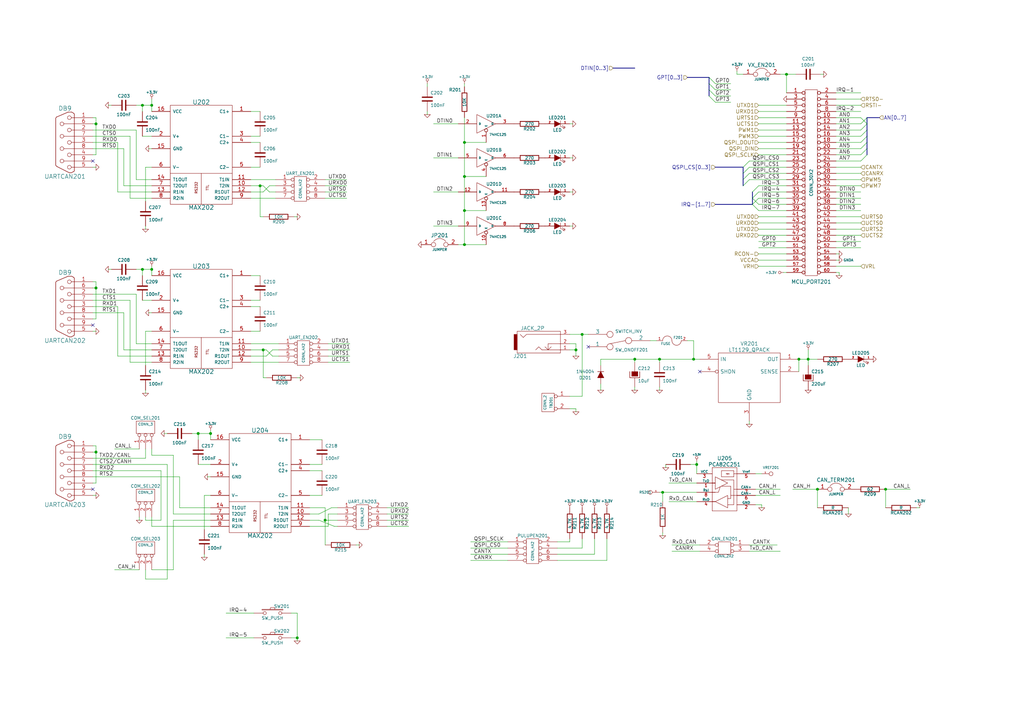
<source format=kicad_sch>
(kicad_sch (version 20240101) (generator "eeschema") (generator_version "8.99")
  (paper "A3")
  (title_block (title "Dev kit coldfire 5213") (date "Sun 22 Mar 2015") (rev "0"))
  (junction (at 238.76 137.16) (diameter 1.016))
  (junction (at 81.28 177.8) (diameter 1.016))
  (junction (at 62.23 43.18) (diameter 1.016))
  (junction (at 62.23 110.49) (diameter 1.016))
  (junction (at 133.35 213.36) (diameter 1.016))
  (junction (at 327.66 147.32) (diameter 1.016))
  (junction (at 58.42 110.49) (diameter 1.016))
  (junction (at 58.42 43.18) (diameter 1.016))
  (junction (at 285.75 190.5) (diameter 1.016))
  (junction (at 322.58 30.48) (diameter 1.016))
  (junction (at 271.78 201.93) (diameter 1.016))
  (junction (at 86.36 177.8) (diameter 1.016))
  (junction (at 39.37 50.8) (diameter 1.016))
  (junction (at 331.47 147.32) (diameter 1.016))
  (junction (at 190.5 100.33) (diameter 1.016))
  (junction (at 107.95 143.51) (diameter 1.016))
  (junction (at 190.5 58.42) (diameter 1.016))
  (junction (at 260.35 147.32) (diameter 1.016))
  (junction (at 284.48 147.32) (diameter 1.016))
  (junction (at 270.51 147.32) (diameter 1.016))
  (junction (at 236.22 143.51) (diameter 1.016))
  (junction (at 39.37 185.42) (diameter 1.016))
  (junction (at 106.68 76.2) (diameter 1.016))
  (junction (at 121.92 261.62) (diameter 1.016))
  (junction (at 363.22 200.66) (diameter 1.016))
  (junction (at 190.5 72.39) (diameter 1.016))
  (junction (at 190.5 86.36) (diameter 1.016))
  (junction (at 39.37 118.11) (diameter 1.016))
  (junction (at 335.28 200.66) (diameter 1.016))
  (no_connect (at 38.1 133.35))
  (no_connect (at 38.1 66.04))
  (no_connect (at 38.1 200.66))
  (no_connect (at 241.3 142.24))
  (no_connect (at 287.02 152.4))
  (bus_entry (at 353.06 58.42) (size 2.54 -2.54) (stroke (width 0.1524)))
  (bus_entry (at 353.06 48.26) (size 2.54 2.54) (stroke (width 0.1524)))
  (bus_entry (at 293.37 39.37) (size -2.54 -2.54) (stroke (width 0.1524)))
  (bus_entry (at 304.8 68.58) (size 2.54 -2.54) (stroke (width 0.1524)))
  (bus_entry (at 311.15 83.82) (size -2.54 -2.54) (stroke (width 0.1524)))
  (bus_entry (at 353.06 53.34) (size 2.54 -2.54) (stroke (width 0.1524)))
  (bus_entry (at 304.8 73.66) (size 2.54 -2.54) (stroke (width 0.1524)))
  (bus_entry (at 293.37 41.91) (size -2.54 -2.54) (stroke (width 0.1524)))
  (bus_entry (at 293.37 34.29) (size -2.54 -2.54) (stroke (width 0.1524)))
  (bus_entry (at 308.61 81.28) (size 2.54 -2.54) (stroke (width 0.1524)))
  (bus_entry (at 353.06 55.88) (size 2.54 -2.54) (stroke (width 0.1524)))
  (bus_entry (at 304.8 71.12) (size 2.54 -2.54) (stroke (width 0.1524)))
  (bus_entry (at 353.06 63.5) (size 2.54 -2.54) (stroke (width 0.1524)))
  (bus_entry (at 353.06 66.04) (size 2.54 -2.54) (stroke (width 0.1524)))
  (bus_entry (at 308.61 78.74) (size 2.54 -2.54) (stroke (width 0.1524)))
  (bus_entry (at 353.06 60.96) (size 2.54 -2.54) (stroke (width 0.1524)))
  (bus_entry (at 311.15 86.36) (size -2.54 -2.54) (stroke (width 0.1524)))
  (bus_entry (at 308.61 83.82) (size 2.54 -2.54) (stroke (width 0.1524)))
  (bus_entry (at 304.8 76.2) (size 2.54 -2.54) (stroke (width 0.1524)))
  (bus_entry (at 353.06 50.8) (size 2.54 -2.54) (stroke (width 0.1524)))
  (bus_entry (at 293.37 36.83) (size -2.54 -2.54) (stroke (width 0.1524)))
  (wire (pts (xy 119.38 261.62) (xy 121.92 261.62)))
  (wire (pts (xy 106.68 135.89) (xy 102.87 135.89)))
  (wire (pts (xy 363.22 208.28) (xy 363.22 200.66)))
  (wire (pts (xy 114.3 146.05) (xy 111.76 146.05)))
  (wire (pts (xy 353.06 38.1) (xy 342.9 38.1)))
  (wire (pts (xy 48.26 125.73) (xy 48.26 146.05)))
  (wire (pts (xy 311.15 109.22) (xy 322.58 109.22)))
  (wire (pts (xy 106.68 76.2) (xy 106.68 88.9)))
  (wire (pts (xy 337.82 30.48) (xy 336.55 30.48)))
  (wire (pts (xy 285.75 189.23) (xy 285.75 190.5)))
  (wire (pts (xy 62.23 40.64) (xy 62.23 43.18)))
  (wire (pts (xy 307.34 71.12) (xy 322.58 71.12)))
  (wire (pts (xy 102.87 73.66) (xy 113.03 73.66)))
  (wire (pts (xy 39.37 115.57) (xy 39.37 118.11)))
  (wire (pts (xy 71.12 213.36) (xy 86.36 213.36)))
  (wire (pts (xy 143.51 146.05) (xy 134.62 146.05)))
  (wire (pts (xy 106.68 113.03) (xy 102.87 113.03)))
  (wire (pts (xy 71.12 210.82) (xy 71.12 186.69)))
  (wire (pts (xy 132.08 203.2) (xy 127 203.2)))
  (wire (pts (xy 73.66 208.28) (xy 86.36 208.28)))
  (wire (pts (xy 83.82 228.6) (xy 83.82 227.33)))
  (wire (pts (xy 353.06 88.9) (xy 342.9 88.9)))
  (bus (pts (xy 251.46 27.94) (xy 260.35 27.94)))
  (wire (pts (xy 102.87 76.2) (xy 106.68 76.2)))
  (wire (pts (xy 331.47 143.51) (xy 331.47 147.32)))
  (wire (pts (xy 83.82 217.17) (xy 83.82 203.2)))
  (wire (pts (xy 62.23 81.28) (xy 53.34 81.28)))
  (wire (pts (xy 137.16 215.9) (xy 130.81 213.36)))
  (wire (pts (xy 285.75 205.74) (xy 274.32 205.74)))
  (wire (pts (xy 38.1 53.34) (xy 55.88 53.34)))
  (wire (pts (xy 106.68 88.9) (xy 107.95 88.9)))
  (wire (pts (xy 236.22 140.97) (xy 233.68 140.97)))
  (wire (pts (xy 187.96 78.74) (xy 177.8 78.74)))
  (wire (pts (xy 55.88 73.66) (xy 62.23 73.66)))
  (wire (pts (xy 353.06 45.72) (xy 342.9 45.72)))
  (wire (pts (xy 344.17 104.14) (xy 342.9 104.14)))
  (wire (pts (xy 167.64 208.28) (xy 158.75 208.28)))
  (wire (pts (xy 109.22 146.05) (xy 102.87 146.05)))
  (wire (pts (xy 175.26 34.29) (xy 175.26 35.56)))
  (wire (pts (xy 106.68 68.58) (xy 102.87 68.58)))
  (wire (pts (xy 66.04 193.04) (xy 38.1 193.04)))
  (wire (pts (xy 59.69 212.09) (xy 59.69 213.36)))
  (wire (pts (xy 190.5 72.39) (xy 190.5 86.36)))
  (wire (pts (xy 353.06 73.66) (xy 342.9 73.66)))
  (wire (pts (xy 238.76 137.16) (xy 241.3 137.16)))
  (wire (pts (xy 38.1 120.65) (xy 55.88 120.65)))
  (wire (pts (xy 38.1 128.27) (xy 50.8 128.27)))
  (wire (pts (xy 331.47 147.32) (xy 331.47 149.86)))
  (wire (pts (xy 134.62 215.9) (xy 134.62 210.82)))
  (wire (pts (xy 311.15 76.2) (xy 322.58 76.2)))
  (wire (pts (xy 39.37 63.5) (xy 38.1 63.5)))
  (wire (pts (xy 302.26 30.48) (xy 304.8 30.48)))
  (bus (pts (xy 290.83 36.83) (xy 290.83 39.37)))
  (bus (pts (xy 355.6 48.26) (xy 355.6 50.8)))
  (bus (pts (xy 355.6 50.8) (xy 355.6 53.34)))
  (wire (pts (xy 335.28 200.66) (xy 335.28 208.28)))
  (wire (pts (xy 353.06 48.26) (xy 342.9 48.26)))
  (wire (pts (xy 143.51 140.97) (xy 134.62 140.97)))
  (wire (pts (xy 53.34 123.19) (xy 38.1 123.19)))
  (wire (pts (xy 107.95 78.74) (xy 102.87 78.74)))
  (wire (pts (xy 106.68 55.88) (xy 102.87 55.88)))
  (wire (pts (xy 48.26 146.05) (xy 62.23 146.05)))
  (wire (pts (xy 73.66 195.58) (xy 38.1 195.58)))
  (wire (pts (xy 311.15 86.36) (xy 322.58 86.36)))
  (wire (pts (xy 57.15 213.36) (xy 57.15 212.09)))
  (wire (pts (xy 353.06 93.98) (xy 342.9 93.98)))
  (wire (pts (xy 38.1 58.42) (xy 48.26 58.42)))
  (wire (pts (xy 190.5 86.36) (xy 190.5 100.33)))
  (wire (pts (xy 53.34 148.59) (xy 53.34 123.19)))
  (wire (pts (xy 311.15 81.28) (xy 322.58 81.28)))
  (wire (pts (xy 363.22 200.66) (xy 373.38 200.66)))
  (wire (pts (xy 66.04 213.36) (xy 66.04 193.04)))
  (wire (pts (xy 190.5 48.26) (xy 190.5 58.42)))
  (wire (pts (xy 233.68 220.98) (xy 233.68 222.25)))
  (wire (pts (xy 190.5 58.42) (xy 190.5 72.39)))
  (wire (pts (xy 109.22 154.94) (xy 107.95 154.94)))
  (wire (pts (xy 311.15 93.98) (xy 322.58 93.98)))
  (wire (pts (xy 39.37 130.81) (xy 38.1 130.81)))
  (wire (pts (xy 62.23 110.49) (xy 62.23 113.03)))
  (wire (pts (xy 344.17 111.76) (xy 342.9 111.76)))
  (wire (pts (xy 175.26 45.72) (xy 175.26 46.99)))
  (wire (pts (xy 102.87 148.59) (xy 114.3 148.59)))
  (wire (pts (xy 133.35 208.28) (xy 133.35 213.36)))
  (wire (pts (xy 187.96 50.8) (xy 177.8 50.8)))
  (wire (pts (xy 353.06 76.2) (xy 342.9 76.2)))
  (wire (pts (xy 127 210.82) (xy 130.81 210.82)))
  (wire (pts (xy 190.5 72.39) (xy 199.39 72.39)))
  (wire (pts (xy 111.76 146.05) (xy 109.22 143.51)))
  (wire (pts (xy 311.15 91.44) (xy 322.58 91.44)))
  (wire (pts (xy 38.1 50.8) (xy 39.37 50.8)))
  (wire (pts (xy 284.48 147.32) (xy 287.02 147.32)))
  (wire (pts (xy 281.94 139.7) (xy 284.48 139.7)))
  (wire (pts (xy 342.9 40.64) (xy 353.06 40.64)))
  (wire (pts (xy 107.95 154.94) (xy 107.95 143.51)))
  (wire (pts (xy 132.08 193.04) (xy 127 193.04)))
  (wire (pts (xy 113.03 76.2) (xy 110.49 76.2)))
  (bus (pts (xy 290.83 34.29) (xy 290.83 36.83)))
  (wire (pts (xy 39.37 68.58) (xy 38.1 68.58)))
  (wire (pts (xy 143.51 148.59) (xy 134.62 148.59)))
  (wire (pts (xy 48.26 58.42) (xy 48.26 78.74)))
  (bus (pts (xy 304.8 73.66) (xy 304.8 76.2)))
  (wire (pts (xy 234.95 64.77) (xy 233.68 64.77)))
  (wire (pts (xy 62.23 109.22) (xy 62.23 110.49)))
  (wire (pts (xy 39.37 118.11) (xy 39.37 130.81)))
  (wire (pts (xy 62.23 186.69) (xy 62.23 184.15)))
  (wire (pts (xy 311.15 78.74) (xy 322.58 78.74)))
  (wire (pts (xy 270.51 201.93) (xy 271.78 201.93)))
  (wire (pts (xy 102.87 81.28) (xy 113.03 81.28)))
  (wire (pts (xy 353.06 86.36) (xy 342.9 86.36)))
  (wire (pts (xy 83.82 203.2) (xy 86.36 203.2)))
  (wire (pts (xy 342.9 71.12) (xy 353.06 71.12)))
  (wire (pts (xy 39.37 185.42) (xy 39.37 198.12)))
  (wire (pts (xy 71.12 233.68) (xy 71.12 213.36)))
  (wire (pts (xy 106.68 123.19) (xy 102.87 123.19)))
  (wire (pts (xy 138.43 215.9) (xy 137.16 215.9)))
  (wire (pts (xy 106.68 125.73) (xy 102.87 125.73)))
  (wire (pts (xy 106.68 76.2) (xy 107.95 76.2)))
  (wire (pts (xy 342.9 68.58) (xy 353.06 68.58)))
  (wire (pts (xy 86.36 177.8) (xy 86.36 180.34)))
  (bus (pts (xy 355.6 58.42) (xy 355.6 60.96)))
  (bus (pts (xy 293.37 68.58) (xy 304.8 68.58)))
  (bus (pts (xy 308.61 78.74) (xy 308.61 81.28)))
  (wire (pts (xy 59.69 82.55) (xy 59.69 68.58)))
  (wire (pts (xy 275.59 223.52) (xy 287.02 223.52)))
  (wire (pts (xy 302.26 29.21) (xy 302.26 30.48)))
  (wire (pts (xy 142.24 76.2) (xy 133.35 76.2)))
  (wire (pts (xy 86.36 190.5) (xy 81.28 190.5)))
  (wire (pts (xy 311.15 101.6) (xy 322.58 101.6)))
  (wire (pts (xy 287.02 226.06) (xy 275.59 226.06)))
  (wire (pts (xy 312.42 208.28) (xy 312.42 207.01)))
  (wire (pts (xy 353.06 63.5) (xy 342.9 63.5)))
  (wire (pts (xy 39.37 50.8) (xy 39.37 63.5)))
  (wire (pts (xy 299.72 41.91) (xy 293.37 41.91)))
  (wire (pts (xy 353.06 53.34) (xy 342.9 53.34)))
  (wire (pts (xy 320.04 203.2) (xy 309.88 203.2)))
  (wire (pts (xy 110.49 78.74) (xy 107.95 76.2)))
  (wire (pts (xy 59.69 135.89) (xy 62.23 135.89)))
  (wire (pts (xy 271.78 205.74) (xy 271.78 201.93)))
  (wire (pts (xy 39.37 135.89) (xy 38.1 135.89)))
  (wire (pts (xy 130.81 213.36) (xy 127 213.36)))
  (wire (pts (xy 44.45 110.49) (xy 45.72 110.49)))
  (wire (pts (xy 81.28 177.8) (xy 81.28 180.34)))
  (wire (pts (xy 311.15 88.9) (xy 322.58 88.9)))
  (wire (pts (xy 143.51 143.51) (xy 134.62 143.51)))
  (wire (pts (xy 121.92 261.62) (xy 121.92 262.89)))
  (wire (pts (xy 311.15 45.72) (xy 322.58 45.72)))
  (wire (pts (xy 311.15 96.52) (xy 322.58 96.52)))
  (wire (pts (xy 236.22 140.97) (xy 236.22 143.51)))
  (wire (pts (xy 248.92 229.87) (xy 248.92 220.98)))
  (wire (pts (xy 246.38 160.02) (xy 246.38 157.48)))
  (wire (pts (xy 344.17 113.03) (xy 344.17 111.76)))
  (wire (pts (xy 132.08 180.34) (xy 127 180.34)))
  (wire (pts (xy 62.23 233.68) (xy 71.12 233.68)))
  (wire (pts (xy 127 215.9) (xy 134.62 215.9)))
  (wire (pts (xy 55.88 140.97) (xy 62.23 140.97)))
  (wire (pts (xy 135.89 208.28) (xy 130.81 210.82)))
  (wire (pts (xy 234.95 50.8) (xy 233.68 50.8)))
  (wire (pts (xy 271.78 201.93) (xy 285.75 201.93)))
  (wire (pts (xy 44.45 43.18) (xy 45.72 43.18)))
  (wire (pts (xy 312.42 207.01) (xy 309.88 207.01)))
  (wire (pts (xy 269.24 139.7) (xy 266.7 139.7)))
  (wire (pts (xy 238.76 162.56) (xy 238.76 137.16)))
  (wire (pts (xy 38.1 115.57) (xy 39.37 115.57)))
  (wire (pts (xy 325.12 200.66) (xy 335.28 200.66)))
  (wire (pts (xy 58.42 113.03) (xy 58.42 110.49)))
  (wire (pts (xy 299.72 36.83) (xy 293.37 36.83)))
  (wire (pts (xy 107.95 143.51) (xy 109.22 143.51)))
  (wire (pts (xy 273.05 190.5) (xy 273.05 191.77)))
  (wire (pts (xy 142.24 81.28) (xy 133.35 81.28)))
  (wire (pts (xy 299.72 34.29) (xy 293.37 34.29)))
  (wire (pts (xy 132.08 190.5) (xy 127 190.5)))
  (wire (pts (xy 190.5 100.33) (xy 199.39 100.33)))
  (wire (pts (xy 106.68 58.42) (xy 102.87 58.42)))
  (wire (pts (xy 311.15 60.96) (xy 322.58 60.96)))
  (wire (pts (xy 147.32 223.52) (xy 146.05 223.52)))
  (wire (pts (xy 311.15 58.42) (xy 322.58 58.42)))
  (wire (pts (xy 38.1 60.96) (xy 50.8 60.96)))
  (wire (pts (xy 59.69 237.49) (xy 68.58 237.49)))
  (wire (pts (xy 38.1 118.11) (xy 39.37 118.11)))
  (wire (pts (xy 133.35 213.36) (xy 133.35 223.52)))
  (wire (pts (xy 167.64 210.82) (xy 158.75 210.82)))
  (wire (pts (xy 39.37 198.12) (xy 38.1 198.12)))
  (wire (pts (xy 353.06 81.28) (xy 342.9 81.28)))
  (bus (pts (xy 290.83 31.75) (xy 290.83 34.29)))
  (wire (pts (xy 62.23 43.18) (xy 62.23 45.72)))
  (wire (pts (xy 327.66 147.32) (xy 327.66 152.4)))
  (wire (pts (xy 311.15 48.26) (xy 322.58 48.26)))
  (wire (pts (xy 307.34 73.66) (xy 322.58 73.66)))
  (wire (pts (xy 110.49 76.2) (xy 107.95 78.74)))
  (wire (pts (xy 38.1 185.42) (xy 39.37 185.42)))
  (wire (pts (xy 327.66 147.32) (xy 331.47 147.32)))
  (wire (pts (xy 38.1 125.73) (xy 48.26 125.73)))
  (wire (pts (xy 138.43 213.36) (xy 133.35 213.36)))
  (wire (pts (xy 320.04 30.48) (xy 322.58 30.48)))
  (wire (pts (xy 138.43 208.28) (xy 135.89 208.28)))
  (wire (pts (xy 62.23 215.9) (xy 86.36 215.9)))
  (wire (pts (xy 58.42 110.49) (xy 62.23 110.49)))
  (wire (pts (xy 60.96 60.96) (xy 62.23 60.96)))
  (wire (pts (xy 38.1 182.88) (xy 39.37 182.88)))
  (wire (pts (xy 285.75 190.5) (xy 285.75 194.31)))
  (wire (pts (xy 111.76 143.51) (xy 109.22 146.05)))
  (wire (pts (xy 57.15 233.68) (xy 46.99 233.68)))
  (bus (pts (xy 281.94 31.75) (xy 290.83 31.75)))
  (wire (pts (xy 134.62 210.82) (xy 138.43 210.82)))
  (wire (pts (xy 39.37 182.88) (xy 39.37 185.42)))
  (wire (pts (xy 50.8 143.51) (xy 62.23 143.51)))
  (wire (pts (xy 50.8 76.2) (xy 62.23 76.2)))
  (wire (pts (xy 55.88 120.65) (xy 55.88 140.97)))
  (wire (pts (xy 102.87 143.51) (xy 107.95 143.51)))
  (wire (pts (xy 353.06 109.22) (xy 342.9 109.22)))
  (wire (pts (xy 39.37 48.26) (xy 39.37 50.8)))
  (wire (pts (xy 121.92 251.46) (xy 119.38 251.46)))
  (wire (pts (xy 353.06 58.42) (xy 342.9 58.42)))
  (wire (pts (xy 311.15 50.8) (xy 322.58 50.8)))
  (wire (pts (xy 102.87 140.97) (xy 114.3 140.97)))
  (wire (pts (xy 48.26 78.74) (xy 62.23 78.74)))
  (wire (pts (xy 321.31 111.76) (xy 322.58 111.76)))
  (wire (pts (xy 71.12 186.69) (xy 62.23 186.69)))
  (wire (pts (xy 142.24 78.74) (xy 133.35 78.74)))
  (wire (pts (xy 58.42 45.72) (xy 58.42 43.18)))
  (wire (pts (xy 57.15 184.15) (xy 46.99 184.15)))
  (bus (pts (xy 360.68 48.26) (xy 355.6 48.26)))
  (wire (pts (xy 59.69 160.02) (xy 59.69 161.29)))
  (wire (pts (xy 307.34 68.58) (xy 322.58 68.58)))
  (wire (pts (xy 53.34 55.88) (xy 38.1 55.88)))
  (wire (pts (xy 375.92 208.28) (xy 377.19 208.28)))
  (wire (pts (xy 133.35 208.28) (xy 127 208.28)))
  (wire (pts (xy 62.23 148.59) (xy 53.34 148.59)))
  (wire (pts (xy 270.51 147.32) (xy 284.48 147.32)))
  (wire (pts (xy 353.06 96.52) (xy 342.9 96.52)))
  (bus (pts (xy 355.6 53.34) (xy 355.6 55.88)))
  (wire (pts (xy 123.19 154.94) (xy 121.92 154.94)))
  (wire (pts (xy 243.84 227.33) (xy 228.6 227.33)))
  (wire (pts (xy 246.38 147.32) (xy 246.38 149.86)))
  (wire (pts (xy 208.28 227.33) (xy 193.04 227.33)))
  (wire (pts (xy 59.69 68.58) (xy 62.23 68.58)))
  (wire (pts (xy 58.42 43.18) (xy 62.23 43.18)))
  (wire (pts (xy 187.96 64.77) (xy 177.8 64.77)))
  (wire (pts (xy 167.64 215.9) (xy 158.75 215.9)))
  (wire (pts (xy 190.5 86.36) (xy 199.39 86.36)))
  (bus (pts (xy 308.61 81.28) (xy 308.61 83.82)))
  (wire (pts (xy 92.71 261.62) (xy 104.14 261.62)))
  (wire (pts (xy 353.06 60.96) (xy 342.9 60.96)))
  (wire (pts (xy 331.47 147.32) (xy 335.28 147.32)))
  (wire (pts (xy 271.78 219.71) (xy 271.78 218.44)))
  (wire (pts (xy 246.38 147.32) (xy 260.35 147.32)))
  (wire (pts (xy 59.69 149.86) (xy 59.69 135.89)))
  (wire (pts (xy 228.6 224.79) (xy 238.76 224.79)))
  (wire (pts (xy 353.06 78.74) (xy 342.9 78.74)))
  (wire (pts (xy 187.96 100.33) (xy 190.5 100.33)))
  (wire (pts (xy 238.76 224.79) (xy 238.76 220.98)))
  (wire (pts (xy 85.09 195.58) (xy 86.36 195.58)))
  (wire (pts (xy 228.6 229.87) (xy 248.92 229.87)))
  (wire (pts (xy 38.1 48.26) (xy 39.37 48.26)))
  (wire (pts (xy 312.42 194.31) (xy 309.88 194.31)))
  (wire (pts (xy 120.65 88.9) (xy 121.92 88.9)))
  (wire (pts (xy 167.64 213.36) (xy 158.75 213.36)))
  (wire (pts (xy 60.96 128.27) (xy 62.23 128.27)))
  (wire (pts (xy 353.06 55.88) (xy 342.9 55.88)))
  (bus (pts (xy 304.8 71.12) (xy 304.8 73.66)))
  (wire (pts (xy 59.69 184.15) (xy 59.69 187.96)))
  (wire (pts (xy 39.37 203.2) (xy 38.1 203.2)))
  (wire (pts (xy 114.3 143.51) (xy 111.76 143.51)))
  (wire (pts (xy 318.77 223.52) (xy 307.34 223.52)))
  (wire (pts (xy 274.32 198.12) (xy 285.75 198.12)))
  (wire (pts (xy 187.96 92.71) (xy 177.8 92.71)))
  (bus (pts (xy 304.8 68.58) (xy 304.8 71.12)))
  (wire (pts (xy 50.8 128.27) (xy 50.8 143.51)))
  (wire (pts (xy 55.88 110.49) (xy 58.42 110.49)))
  (wire (pts (xy 322.58 30.48) (xy 326.39 30.48)))
  (wire (pts (xy 311.15 63.5) (xy 322.58 63.5)))
  (wire (pts (xy 311.15 106.68) (xy 322.58 106.68)))
  (wire (pts (xy 347.98 208.28) (xy 347.98 210.82)))
  (wire (pts (xy 233.68 222.25) (xy 228.6 222.25)))
  (wire (pts (xy 311.15 99.06) (xy 322.58 99.06)))
  (wire (pts (xy 55.88 43.18) (xy 58.42 43.18)))
  (wire (pts (xy 322.58 38.1) (xy 322.58 30.48)))
  (wire (pts (xy 233.68 143.51) (xy 236.22 143.51)))
  (wire (pts (xy 236.22 167.64) (xy 233.68 167.64)))
  (wire (pts (xy 311.15 55.88) (xy 322.58 55.88)))
  (wire (pts (xy 106.68 45.72) (xy 102.87 45.72)))
  (wire (pts (xy 208.28 229.87) (xy 193.04 229.87)))
  (wire (pts (xy 81.28 177.8) (xy 86.36 177.8)))
  (wire (pts (xy 307.34 66.04) (xy 322.58 66.04)))
  (wire (pts (xy 190.5 34.29) (xy 190.5 35.56)))
  (wire (pts (xy 142.24 73.66) (xy 133.35 73.66)))
  (wire (pts (xy 260.35 147.32) (xy 270.51 147.32)))
  (wire (pts (xy 299.72 39.37) (xy 293.37 39.37)))
  (wire (pts (xy 234.95 78.74) (xy 233.68 78.74)))
  (wire (pts (xy 78.74 177.8) (xy 81.28 177.8)))
  (wire (pts (xy 353.06 99.06) (xy 342.9 99.06)))
  (wire (pts (xy 236.22 168.91) (xy 236.22 167.64)))
  (wire (pts (xy 50.8 60.96) (xy 50.8 76.2)))
  (wire (pts (xy 92.71 251.46) (xy 104.14 251.46)))
  (wire (pts (xy 353.06 101.6) (xy 342.9 101.6)))
  (wire (pts (xy 86.36 210.82) (xy 71.12 210.82)))
  (wire (pts (xy 73.66 208.28) (xy 73.66 195.58)))
  (bus (pts (xy 355.6 55.88) (xy 355.6 58.42)))
  (wire (pts (xy 59.69 187.96) (xy 38.1 187.96)))
  (wire (pts (xy 208.28 224.79) (xy 193.04 224.79)))
  (wire (pts (xy 234.95 92.71) (xy 233.68 92.71)))
  (bus (pts (xy 355.6 60.96) (xy 355.6 63.5)))
  (wire (pts (xy 238.76 162.56) (xy 233.68 162.56)))
  (wire (pts (xy 62.23 212.09) (xy 62.23 215.9)))
  (wire (pts (xy 59.69 233.68) (xy 59.69 237.49)))
  (wire (pts (xy 62.23 123.19) (xy 58.42 123.19)))
  (wire (pts (xy 311.15 104.14) (xy 322.58 104.14)))
  (wire (pts (xy 68.58 190.5) (xy 38.1 190.5)))
  (wire (pts (xy 208.28 222.25) (xy 193.04 222.25)))
  (bus (pts (xy 293.37 83.82) (xy 308.61 83.82)))
  (wire (pts (xy 311.15 83.82) (xy 322.58 83.82)))
  (wire (pts (xy 311.15 53.34) (xy 322.58 53.34)))
  (wire (pts (xy 353.06 83.82) (xy 342.9 83.82)))
  (wire (pts (xy 86.36 176.53) (xy 86.36 177.8)))
  (wire (pts (xy 353.06 66.04) (xy 342.9 66.04)))
  (wire (pts (xy 344.17 106.68) (xy 342.9 106.68)))
  (wire (pts (xy 353.06 50.8) (xy 342.9 50.8)))
  (wire (pts (xy 353.06 91.44) (xy 342.9 91.44)))
  (wire (pts (xy 236.22 143.51) (xy 236.22 146.05)))
  (wire (pts (xy 284.48 139.7) (xy 284.48 147.32)))
  (wire (pts (xy 270.51 160.02) (xy 270.51 158.75)))
  (wire (pts (xy 311.15 43.18) (xy 322.58 43.18)))
  (wire (pts (xy 307.34 172.72) (xy 307.34 173.99)))
  (wire (pts (xy 320.04 200.66) (xy 309.88 200.66)))
  (wire (pts (xy 62.23 55.88) (xy 58.42 55.88)))
  (wire (pts (xy 55.88 53.34) (xy 55.88 73.66)))
  (wire (pts (xy 260.35 147.32) (xy 260.35 148.59)))
  (wire (pts (xy 283.21 190.5) (xy 285.75 190.5)))
  (wire (pts (xy 199.39 58.42) (xy 190.5 58.42)))
  (wire (pts (xy 233.68 137.16) (xy 238.76 137.16)))
  (wire (pts (xy 121.92 251.46) (xy 121.92 261.62)))
  (wire (pts (xy 260.35 160.02) (xy 260.35 158.75)))
  (wire (pts (xy 67.31 177.8) (xy 68.58 177.8)))
  (wire (pts (xy 68.58 237.49) (xy 68.58 190.5)))
  (wire (pts (xy 243.84 220.98) (xy 243.84 227.33)))
  (wire (pts (xy 270.51 147.32) (xy 270.51 148.59)))
  (wire (pts (xy 59.69 92.71) (xy 59.69 93.98)))
  (wire (pts (xy 307.34 226.06) (xy 320.04 226.06)))
  (wire (pts (xy 342.9 43.18) (xy 353.06 43.18)))
  (wire (pts (xy 53.34 81.28) (xy 53.34 55.88)))
  (wire (pts (xy 113.03 78.74) (xy 110.49 78.74)))
  (wire (pts (xy 59.69 213.36) (xy 66.04 213.36)))
  (label "IRQ-4" (at 93.98 251.46 0) (effects (font (size 1.524 1.524))))
  (label "DTIN2" (at 179.07 78.74 0) (effects (font (size 1.524 1.524))))
  (label "RTS1" (at 41.91 128.27 0) (effects (font (size 1.524 1.524))))
  (label "CTS0" (at 41.91 55.88 0) (effects (font (size 1.524 1.524))))
  (label "AN7" (at 344.17 66.04 0) (effects (font (size 1.524 1.524))))
  (label "CAN_H" (at 48.26 233.68 0) (effects (font (size 1.524 1.524))))
  (label "CANRX" (at 276.86 226.06 0) (effects (font (size 1.524 1.524))))
  (label "DTIN1" (at 344.17 81.28 0) (effects (font (size 1.524 1.524))))
  (label "GPT2" (at 293.37 39.37 0) (effects (font (size 1.524 1.524))))
  (label "GPT2" (at 312.42 101.6 0) (effects (font (size 1.524 1.524))))
  (label "GPT3" (at 293.37 41.91 0) (effects (font (size 1.524 1.524))))
  (label "TXD0" (at 41.91 53.34 0) (effects (font (size 1.524 1.524))))
  (label "IRQ-4" (at 312.42 78.74 0) (effects (font (size 1.524 1.524))))
  (label "CTS1" (at 41.91 123.19 0) (effects (font (size 1.524 1.524))))
  (label "URXD0" (at 134.62 76.2 0) (effects (font (size 1.524 1.524))))
  (label "RxD_CAN" (at 274.32 205.74 0) (effects (font (size 1.524 1.524))))
  (label "RxD_CAN" (at 275.59 223.52 0) (effects (font (size 1.524 1.524))))
  (label "DTIN3" (at 179.07 92.71 0) (effects (font (size 1.524 1.524))))
  (label "IRQ-5" (at 312.42 81.28 0) (effects (font (size 1.524 1.524))))
  (label "QSPI_CS2" (at 308.61 71.12 0) (effects (font (size 1.524 1.524))))
  (label "AN4" (at 344.17 58.42 0) (effects (font (size 1.524 1.524))))
  (label "AN3" (at 344.17 55.88 0) (effects (font (size 1.524 1.524))))
  (label "URTS2" (at 160.02 213.36 0) (effects (font (size 1.524 1.524))))
  (label "QSPI_CS0" (at 194.31 224.79 0) (effects (font (size 1.524 1.524))))
  (label "CAN_L" (at 373.38 200.66 180) (effects (font (size 1.524 1.524))))
  (label "GPT0" (at 293.37 34.29 0) (effects (font (size 1.524 1.524))))
  (label "UCTS0" (at 134.62 81.28 0) (effects (font (size 1.524 1.524))))
  (label "AN0" (at 344.17 48.26 0) (effects (font (size 1.524 1.524))))
  (label "QSPI_CS0" (at 308.61 66.04 0) (effects (font (size 1.524 1.524))))
  (label "TXD1" (at 41.91 120.65 0) (effects (font (size 1.524 1.524))))
  (label "AN6" (at 344.17 63.5 0) (effects (font (size 1.524 1.524))))
  (label "AN1" (at 344.17 50.8 0) (effects (font (size 1.524 1.524))))
  (label "TxD_CAN" (at 307.34 226.06 0) (effects (font (size 1.524 1.524))))
  (label "URTS1" (at 135.89 146.05 0) (effects (font (size 1.524 1.524))))
  (label "UTXD1" (at 135.89 140.97 0) (effects (font (size 1.524 1.524))))
  (label "DTIN0" (at 179.07 50.8 0) (effects (font (size 1.524 1.524))))
  (label "CAN_L" (at 46.99 184.15 0) (effects (font (size 1.524 1.524))))
  (label "CANRX" (at 194.31 229.87 0) (effects (font (size 1.524 1.524))))
  (label "GPT3" (at 345.44 101.6 0) (effects (font (size 1.524 1.524))))
  (label "QSPI_SCLK" (at 194.31 222.25 0) (effects (font (size 1.524 1.524))))
  (label "IRQ-6" (at 312.42 83.82 0) (effects (font (size 1.524 1.524))))
  (label "DTIN3" (at 344.17 86.36 0) (effects (font (size 1.524 1.524))))
  (label "AN5" (at 344.17 60.96 0) (effects (font (size 1.524 1.524))))
  (label "IRQ-3" (at 312.42 76.2 0) (effects (font (size 1.524 1.524))))
  (label "URXD2" (at 160.02 210.82 0) (effects (font (size 1.524 1.524))))
  (label "DTIN0" (at 344.17 78.74 0) (effects (font (size 1.524 1.524))))
  (label "GPT0" (at 312.42 99.06 0) (effects (font (size 1.524 1.524))))
  (label "RXD0" (at 41.91 58.42 0) (effects (font (size 1.524 1.524))))
  (label "RXD1" (at 41.91 125.73 0) (effects (font (size 1.524 1.524))))
  (label "DTIN1" (at 179.07 64.77 0) (effects (font (size 1.524 1.524))))
  (label "UTXD2" (at 160.02 208.28 0) (effects (font (size 1.524 1.524))))
  (label "RTS0" (at 41.91 60.96 0) (effects (font (size 1.524 1.524))))
  (label "CTS2/CANH" (at 40.64 190.5 0) (effects (font (size 1.524 1.524))))
  (label "URXD1" (at 135.89 143.51 0) (effects (font (size 1.524 1.524))))
  (label "UTXD0" (at 134.62 73.66 0) (effects (font (size 1.524 1.524))))
  (label "UCTS2" (at 160.02 215.9 0) (effects (font (size 1.524 1.524))))
  (label "CAN_H" (at 325.12 200.66 0) (effects (font (size 1.524 1.524))))
  (label "GPT1" (at 345.44 99.06 0) (effects (font (size 1.524 1.524))))
  (label "URTS0" (at 134.62 78.74 0) (effects (font (size 1.524 1.524))))
  (label "CANTX" (at 194.31 227.33 0) (effects (font (size 1.524 1.524))))
  (label "AN2" (at 344.17 53.34 0) (effects (font (size 1.524 1.524))))
  (label "IRQ-5" (at 93.98 261.62 0) (effects (font (size 1.524 1.524))))
  (label "QSPI_CS3" (at 308.61 73.66 0) (effects (font (size 1.524 1.524))))
  (label "QSPI_CS1" (at 308.61 68.58 0) (effects (font (size 1.524 1.524))))
  (label "RTS2" (at 40.64 195.58 0) (effects (font (size 1.524 1.524))))
  (label "UCTS1" (at 135.89 148.59 0) (effects (font (size 1.524 1.524))))
  (label "TXD2/CANL" (at 40.64 187.96 0) (effects (font (size 1.524 1.524))))
  (label "GPT1" (at 293.37 36.83 0) (effects (font (size 1.524 1.524))))
  (label "IRQ-1" (at 342.9 38.1 0) (effects (font (size 1.524 1.524))))
  (label "IRQ-2" (at 342.9 45.72 0) (effects (font (size 1.524 1.524))))
  (label "DTIN2" (at 344.17 83.82 0) (effects (font (size 1.524 1.524))))
  (label "IRQ-7" (at 312.42 86.36 0) (effects (font (size 1.524 1.524))))
  (label "CAN_H" (at 311.15 200.66 0) (effects (font (size 1.524 1.524))))
  (label "TxD_CAN" (at 274.32 198.12 0) (effects (font (size 1.524 1.524))))
  (label "RXD2" (at 40.64 193.04 0) (effects (font (size 1.524 1.524))))
  (label "CANTX" (at 308.61 223.52 0) (effects (font (size 1.524 1.524))))
  (label "CAN_L" (at 311.15 203.2 0) (effects (font (size 1.524 1.524))))
  (hierarchical_label "UCTS0" (shape input) (at 353.06 91.44 0) (effects (font (size 1.524 1.524))))
  (hierarchical_label "RTS0-" (shape input) (at 353.06 40.64 0) (effects (font (size 1.524 1.524))))
  (hierarchical_label "RSTI-" (shape input) (at 353.06 43.18 0) (effects (font (size 1.524 1.524))))
  (hierarchical_label "URXD1" (shape input) (at 311.15 45.72 180) (effects (font (size 1.524 1.524))))
  (hierarchical_label "URXD2" (shape input) (at 311.15 96.52 180) (effects (font (size 1.524 1.524))))
  (hierarchical_label "AN[0..7]" (shape input) (at 360.68 48.26 0) (effects (font (size 1.524 1.524))))
  (hierarchical_label "UTXD0" (shape input) (at 311.15 88.9 180) (effects (font (size 1.524 1.524))))
  (hierarchical_label "VCCA" (shape input) (at 311.15 106.68 180) (effects (font (size 1.524 1.524))))
  (hierarchical_label "URTS2" (shape input) (at 353.06 93.98 0) (effects (font (size 1.524 1.524))))
  (hierarchical_label "QSPI_CS[0..3]" (shape input) (at 293.37 68.58 180) (effects (font (size 1.524 1.524))))
  (hierarchical_label "PWM5" (shape input) (at 353.06 73.66 0) (effects (font (size 1.524 1.524))))
  (hierarchical_label "URXD0" (shape input) (at 311.15 91.44 180) (effects (font (size 1.524 1.524))))
  (hierarchical_label "VRL" (shape input) (at 353.06 109.22 0) (effects (font (size 1.524 1.524))))
  (hierarchical_label "QSPI_SCLK" (shape input) (at 311.15 63.5 180) (effects (font (size 1.524 1.524))))
  (hierarchical_label "UCTS2" (shape input) (at 353.06 96.52 0) (effects (font (size 1.524 1.524))))
  (hierarchical_label "URTS1" (shape input) (at 311.15 48.26 180) (effects (font (size 1.524 1.524))))
  (hierarchical_label "QSPI_DOUT" (shape input) (at 311.15 58.42 180) (effects (font (size 1.524 1.524))))
  (hierarchical_label "PWM3" (shape input) (at 311.15 55.88 180) (effects (font (size 1.524 1.524))))
  (hierarchical_label "RCON-" (shape input) (at 311.15 104.14 180) (effects (font (size 1.524 1.524))))
  (hierarchical_label "PWM7" (shape input) (at 353.06 76.2 0) (effects (font (size 1.524 1.524))))
  (hierarchical_label "UCTS1" (shape input) (at 311.15 50.8 180) (effects (font (size 1.524 1.524))))
  (hierarchical_label "PWM1" (shape input) (at 311.15 53.34 180) (effects (font (size 1.524 1.524))))
  (hierarchical_label "CANTX" (shape input) (at 353.06 68.58 0) (effects (font (size 1.524 1.524))))
  (hierarchical_label "UTXD2" (shape input) (at 311.15 93.98 180) (effects (font (size 1.524 1.524))))
  (hierarchical_label "QSPI_DIN" (shape input) (at 311.15 60.96 180) (effects (font (size 1.524 1.524))))
  (hierarchical_label "URTS0" (shape input) (at 353.06 88.9 0) (effects (font (size 1.524 1.524))))
  (hierarchical_label "IRQ-[1..7]" (shape input) (at 293.37 83.82 180) (effects (font (size 1.524 1.524))))
  (hierarchical_label "DTIN[0..3]" (shape input) (at 251.46 27.94 180) (effects (font (size 1.524 1.524))))
  (hierarchical_label "VRH" (shape input) (at 311.15 109.22 180) (effects (font (size 1.524 1.524))))
  (hierarchical_label "GPT[0..3]" (shape input) (at 281.94 31.75 180) (effects (font (size 1.524 1.524))))
  (hierarchical_label "UTXD1" (shape input) (at 311.15 43.18 180) (effects (font (size 1.524 1.524))))
  (hierarchical_label "CANRX" (shape input) (at 353.06 71.12 0) (effects (font (size 1.524 1.524))))
  (symbol (lib_id "kit-coldfire_schlib:CONN_30X2") (at 332.74 74.93 0) (unit 1)
    (property "Reference" "MCU_PORT201" (at 332.74 115.57 0) (effects (font (size 1.524 1.524))))
    (property "Value" "CONN_30X2" (at 332.74 74.93 90))
    (property "Footprint" "Connector_PinHeader_2.54mm:PinHeader_2x30_P2.54mm_Vertical" (effects (hide yes)))
  )
  (symbol (lib_id "kit-coldfire_schlib:GND") (at 344.17 104.14 90) (unit 1)
    (property "Reference" "#PWR0218" (effects (hide yes)))
    (property "Value" "GND" (effects (hide yes)))
  )
  (symbol (lib_id "kit-coldfire_schlib:+3.3V") (at 321.31 111.76 90) (unit 1)
    (property "Reference" "#PWR0222" (effects (hide yes)))
    (property "Value" "+3.3V" (at 316.23 111.76 90) (effects (font (size 1.016 1.016))))
  )
  (symbol (lib_id "kit-coldfire_schlib:GNDA") (at 344.17 106.68 90) (unit 1)
    (property "Reference" "#PWR0219" (effects (hide yes)))
    (property "Value" "GNDA" (at 347.98 106.68 90) (effects (font (size 1.016 1.016))))
  )
  (symbol (lib_id "kit-coldfire_schlib:GND") (at 322.58 40.64 270) (unit 1)
    (property "Reference" "#PWR0206" (effects (hide yes)))
    (property "Value" "GND" (effects (hide yes)))
  )
  (symbol (lib_id "kit-coldfire_schlib:JUMPER") (at 312.42 30.48 0) (unit 1)
    (property "Reference" "VX_EN201" (at 312.42 26.67 0) (effects (font (size 1.524 1.524))))
    (property "Value" "JUMPER" (at 312.42 32.512 0) (effects (font (size 1.016 1.016))))
    (property "Footprint" "Connector_PinHeader_2.54mm:PinHeader_1x02_P2.54mm_Vertical" (effects (hide yes)))
  )
  (symbol (lib_id "kit-coldfire_schlib:C") (at 331.47 30.48 270) (unit 1)
    (property "Reference" "C201" (at 331.47 24.13 90))
    (property "Value" "100nF" (at 331.47 26.67 90))
    (property "Footprint" "Capacitor_SMD:C_0805_2012Metric" (effects (hide yes)))
  )
  (symbol (lib_id "kit-coldfire_schlib:GND") (at 337.82 30.48 90) (unit 1)
    (property "Reference" "#PWR0202" (effects (hide yes)))
    (property "Value" "GND" (effects (hide yes)))
  )
  (symbol (lib_id "kit-coldfire_schlib:+3.3V") (at 302.26 29.21 0) (unit 1)
    (property "Reference" "#PWR0201" (effects (hide yes)))
    (property "Value" "+3.3V" (at 302.26 26.416 0) (effects (font (size 1.016 1.016))))
  )
  (symbol (lib_id "kit-coldfire_schlib:74LS125") (at 199.39 50.8 0) (unit 1)
    (property "Reference" "U201" (at 199.39 48.26 0) (effects (justify left bottom)))
    (property "Value" "74HC125" (at 200.66 54.61 0) (effects (font (size 1.016 1.016)) (justify left top)))
    (property "Footprint" "Package_SO:SOIC-14_3.9x8.7mm_P1.27mm" (effects (hide yes)))
  )
  (symbol (lib_id "kit-coldfire_schlib:74LS125") (at 199.39 64.77 0) (unit 2)
    (property "Reference" "U201" (at 199.39 62.23 0) (effects (justify left bottom)))
    (property "Value" "74HC125" (at 200.66 68.58 0) (effects (font (size 1.016 1.016)) (justify left top)))
    (property "Footprint" "Package_SO:SOIC-14_3.9x8.7mm_P1.27mm" (effects (hide yes)))
  )
  (symbol (lib_id "kit-coldfire_schlib:74LS125") (at 199.39 92.71 0) (unit 3)
    (property "Reference" "U201" (at 199.39 90.17 0) (effects (justify left bottom)))
    (property "Value" "74HC125" (at 200.66 96.52 0) (effects (font (size 1.016 1.016)) (justify left top)))
    (property "Footprint" "Package_SO:SOIC-14_3.9x8.7mm_P1.27mm" (effects (hide yes)))
  )
  (symbol (lib_id "kit-coldfire_schlib:74LS125") (at 199.39 78.74 0) (unit 4)
    (property "Reference" "U201" (at 199.39 76.2 0) (effects (justify left bottom)))
    (property "Value" "74HC125" (at 200.66 82.55 0) (effects (font (size 1.016 1.016)) (justify left top)))
    (property "Footprint" "Package_SO:SOIC-14_3.9x8.7mm_P1.27mm" (effects (hide yes)))
  )
  (symbol (lib_id "kit-coldfire_schlib:R") (at 217.17 50.8 270) (unit 1)
    (property "Reference" "R202" (at 217.17 52.832 90))
    (property "Value" "270" (at 217.17 50.8 90))
    (property "Footprint" "Resistor_SMD:R_0805_2012Metric" (effects (hide yes)))
  )
  (symbol (lib_id "kit-coldfire_schlib:R") (at 217.17 64.77 270) (unit 1)
    (property "Reference" "R203" (at 217.17 66.802 90))
    (property "Value" "270" (at 217.17 64.77 90))
    (property "Footprint" "Resistor_SMD:R_0805_2012Metric" (effects (hide yes)))
  )
  (symbol (lib_id "kit-coldfire_schlib:R") (at 217.17 78.74 270) (unit 1)
    (property "Reference" "R204" (at 217.17 80.772 90))
    (property "Value" "270" (at 217.17 78.74 90))
    (property "Footprint" "Resistor_SMD:R_0805_2012Metric" (effects (hide yes)))
  )
  (symbol (lib_id "kit-coldfire_schlib:R") (at 217.17 92.71 270) (unit 1)
    (property "Reference" "R206" (at 217.17 94.742 90))
    (property "Value" "270" (at 217.17 92.71 90))
    (property "Footprint" "Resistor_SMD:R_0805_2012Metric" (effects (hide yes)))
  )
  (symbol (lib_id "kit-coldfire_schlib:LED") (at 228.6 50.8 0) (unit 1)
    (property "Reference" "LED201" (at 228.6 48.26 0))
    (property "Value" "LED" (at 228.6 53.34 0))
    (property "Footprint" "LED_SMD:LED_1206_3216Metric" (effects (hide yes)))
  )
  (symbol (lib_id "kit-coldfire_schlib:LED") (at 228.6 64.77 0) (unit 1)
    (property "Reference" "LED202" (at 228.6 62.23 0))
    (property "Value" "LED" (at 228.6 67.31 0))
    (property "Footprint" "LED_SMD:LED_1206_3216Metric" (effects (hide yes)))
  )
  (symbol (lib_id "kit-coldfire_schlib:LED") (at 228.6 78.74 0) (unit 1)
    (property "Reference" "LED203" (at 228.6 76.2 0))
    (property "Value" "LED" (at 228.6 81.28 0))
    (property "Footprint" "LED_SMD:LED_1206_3216Metric" (effects (hide yes)))
  )
  (symbol (lib_id "kit-coldfire_schlib:LED") (at 228.6 92.71 0) (unit 1)
    (property "Reference" "LED204" (at 228.6 90.17 0))
    (property "Value" "LED" (at 228.6 95.25 0))
    (property "Footprint" "LED_SMD:LED_1206_3216Metric" (effects (hide yes)))
  )
  (symbol (lib_id "kit-coldfire_schlib:JUMPER") (at 180.34 100.33 0) (unit 1)
    (property "Reference" "JP201" (at 180.34 96.52 0) (effects (font (size 1.524 1.524))))
    (property "Value" "JUMPER" (at 180.34 102.362 0) (effects (font (size 1.016 1.016))))
    (property "Footprint" "Connector_PinHeader_2.54mm:PinHeader_1x02_P2.54mm_Vertical" (effects (hide yes)))
  )
  (symbol (lib_id "kit-coldfire_schlib:R") (at 190.5 41.91 0) (unit 1)
    (property "Reference" "R201" (at 186.69 36.83 0))
    (property "Value" "10K" (at 190.5 41.91 90))
    (property "Footprint" "Resistor_SMD:R_0805_2012Metric" (effects (hide yes)))
  )
  (symbol (lib_id "kit-coldfire_schlib:+3.3V") (at 190.5 34.29 0) (unit 1)
    (property "Reference" "#PWR0204" (effects (hide yes)))
    (property "Value" "+3.3V" (at 190.5 31.496 0) (effects (font (size 1.016 1.016))))
  )
  (symbol (lib_id "kit-coldfire_schlib:GND") (at 172.72 100.33 270) (unit 1)
    (property "Reference" "#PWR0217" (effects (hide yes)))
    (property "Value" "GND" (effects (hide yes)))
  )
  (symbol (lib_id "kit-coldfire_schlib:GND") (at 234.95 50.8 90) (unit 1)
    (property "Reference" "#PWR0209" (effects (hide yes)))
    (property "Value" "GND" (effects (hide yes)))
  )
  (symbol (lib_id "kit-coldfire_schlib:GND") (at 234.95 64.77 90) (unit 1)
    (property "Reference" "#PWR0211" (effects (hide yes)))
    (property "Value" "GND" (effects (hide yes)))
  )
  (symbol (lib_id "kit-coldfire_schlib:GND") (at 234.95 78.74 90) (unit 1)
    (property "Reference" "#PWR0213" (effects (hide yes)))
    (property "Value" "GND" (effects (hide yes)))
  )
  (symbol (lib_id "kit-coldfire_schlib:GND") (at 234.95 92.71 90) (unit 1)
    (property "Reference" "#PWR0215" (effects (hide yes)))
    (property "Value" "GND" (effects (hide yes)))
  )
  (symbol (lib_id "kit-coldfire_schlib:MAX202") (at 82.55 63.5 0) (mirror y) (unit 1)
    (property "Reference" "U202" (at 82.55 41.91 0) (effects (font (size 1.778 1.778))))
    (property "Value" "MAX202" (at 82.55 85.09 0) (effects (font (size 1.778 1.778))))
    (property "Footprint" "Package_SO:SOIC-16_3.9x9.9mm_P1.27mm" (effects (hide yes)))
  )
  (symbol (lib_id "kit-coldfire_schlib:DB9") (at 26.67 58.42 180) (unit 1)
    (property "Reference" "UARTCAN201" (at 26.67 72.39 0) (effects (font (size 1.778 1.778))))
    (property "Value" "DB9" (at 26.67 44.45 0) (effects (font (size 1.778 1.778))))
    (property "Footprint" "Connector_Dsub:DSUB-9_Female_Horizontal_P2.77x2.84mm_EdgePinOffset7.70mm_Housed_MountingHolesOffset9.12mm" (effects (hide yes)))
  )
  (symbol (lib_id "kit-coldfire_schlib:CONN_4X2") (at 123.19 77.47 0) (unit 1)
    (property "Reference" "UART_EN201" (at 123.19 71.12 0))
    (property "Value" "CONN_4X2" (at 123.19 77.47 90) (effects (font (size 1.016 1.016))))
    (property "Footprint" "Connector_PinHeader_2.54mm:PinHeader_2x04_P2.54mm_Vertical" (effects (hide yes)))
  )
  (symbol (lib_id "kit-coldfire_schlib:C") (at 58.42 50.8 0) (unit 1)
    (property "Reference" "C204" (at 59.69 48.26 0) (effects (justify left)))
    (property "Value" "100nF" (at 59.69 53.34 0) (effects (justify left)))
    (property "Footprint" "Capacitor_SMD:C_0805_2012Metric" (effects (hide yes)))
  )
  (symbol (lib_id "kit-coldfire_schlib:C") (at 106.68 50.8 0) (unit 1)
    (property "Reference" "C205" (at 107.95 48.26 0) (effects (justify left)))
    (property "Value" "100nF" (at 107.95 53.34 0) (effects (justify left)))
    (property "Footprint" "Capacitor_SMD:C_0805_2012Metric" (effects (hide yes)))
  )
  (symbol (lib_id "kit-coldfire_schlib:C") (at 106.68 63.5 0) (unit 1)
    (property "Reference" "C206" (at 107.95 60.96 0) (effects (justify left)))
    (property "Value" "100nF" (at 107.95 66.04 0) (effects (justify left)))
    (property "Footprint" "Capacitor_SMD:C_0805_2012Metric" (effects (hide yes)))
  )
  (symbol (lib_id "kit-coldfire_schlib:C") (at 50.8 43.18 270) (unit 1)
    (property "Reference" "C203" (at 50.8 39.37 90))
    (property "Value" "100nF" (at 50.8 46.99 90))
    (property "Footprint" "Capacitor_SMD:C_0805_2012Metric" (effects (hide yes)))
  )
  (symbol (lib_id "kit-coldfire_schlib:GND") (at 59.69 93.98 0) (unit 1)
    (property "Reference" "#PWR0216" (effects (hide yes)))
    (property "Value" "GND" (effects (hide yes)))
  )
  (symbol (lib_id "kit-coldfire_schlib:GND") (at 39.37 68.58 90) (unit 1)
    (property "Reference" "#PWR0212" (effects (hide yes)))
    (property "Value" "GND" (effects (hide yes)))
  )
  (symbol (lib_id "kit-coldfire_schlib:C") (at 59.69 87.63 0) (unit 1)
    (property "Reference" "C207" (at 60.96 85.09 0) (effects (justify left)))
    (property "Value" "100nF" (at 60.96 90.17 0) (effects (justify left)))
    (property "Footprint" "Capacitor_SMD:C_0805_2012Metric" (effects (hide yes)))
  )
  (symbol (lib_id "kit-coldfire_schlib:GND") (at 60.96 60.96 270) (unit 1)
    (property "Reference" "#PWR0210" (effects (hide yes)))
    (property "Value" "GND" (effects (hide yes)))
  )
  (symbol (lib_id "kit-coldfire_schlib:GND") (at 44.45 43.18 270) (unit 1)
    (property "Reference" "#PWR0207" (effects (hide yes)))
    (property "Value" "GND" (effects (hide yes)))
  )
  (symbol (lib_id "kit-coldfire_schlib:MAX202") (at 82.55 130.81 0) (mirror y) (unit 1)
    (property "Reference" "U203" (at 82.55 109.22 0) (effects (font (size 1.778 1.778))))
    (property "Value" "MAX202" (at 82.55 152.4 0) (effects (font (size 1.778 1.778))))
    (property "Footprint" "Package_SO:SOIC-16_3.9x9.9mm_P1.27mm" (effects (hide yes)))
  )
  (symbol (lib_id "kit-coldfire_schlib:DB9") (at 26.67 125.73 180) (unit 1)
    (property "Reference" "UARTCAN202" (at 26.67 139.7 0) (effects (font (size 1.778 1.778))))
    (property "Value" "DB9" (at 26.67 111.76 0) (effects (font (size 1.778 1.778))))
    (property "Footprint" "Connector_Dsub:DSUB-9_Female_Horizontal_P2.77x2.84mm_EdgePinOffset7.70mm_Housed_MountingHolesOffset9.12mm" (effects (hide yes)))
  )
  (symbol (lib_id "kit-coldfire_schlib:CONN_4X2") (at 124.46 144.78 0) (unit 1)
    (property "Reference" "UART_EN202" (at 124.46 138.43 0))
    (property "Value" "CONN_4X2" (at 124.46 144.78 90) (effects (font (size 1.016 1.016))))
    (property "Footprint" "Connector_PinHeader_2.54mm:PinHeader_2x04_P2.54mm_Vertical" (effects (hide yes)))
  )
  (symbol (lib_id "kit-coldfire_schlib:C") (at 58.42 118.11 0) (unit 1)
    (property "Reference" "C209" (at 59.69 115.57 0) (effects (justify left)))
    (property "Value" "100nF" (at 59.69 120.65 0) (effects (justify left)))
    (property "Footprint" "Capacitor_SMD:C_0805_2012Metric" (effects (hide yes)))
  )
  (symbol (lib_id "kit-coldfire_schlib:C") (at 106.68 118.11 0) (unit 1)
    (property "Reference" "C210" (at 107.95 115.57 0) (effects (justify left)))
    (property "Value" "100nF" (at 107.95 120.65 0) (effects (justify left)))
    (property "Footprint" "Capacitor_SMD:C_0805_2012Metric" (effects (hide yes)))
  )
  (symbol (lib_id "kit-coldfire_schlib:C") (at 106.68 130.81 0) (unit 1)
    (property "Reference" "C211" (at 107.95 128.27 0) (effects (justify left)))
    (property "Value" "100nF" (at 107.95 133.35 0) (effects (justify left)))
    (property "Footprint" "Capacitor_SMD:C_0805_2012Metric" (effects (hide yes)))
  )
  (symbol (lib_id "kit-coldfire_schlib:C") (at 50.8 110.49 270) (unit 1)
    (property "Reference" "C208" (at 50.8 106.68 90))
    (property "Value" "100nF" (at 50.8 114.3 90))
    (property "Footprint" "Capacitor_SMD:C_0805_2012Metric" (effects (hide yes)))
  )
  (symbol (lib_id "kit-coldfire_schlib:GND") (at 59.69 161.29 0) (unit 1)
    (property "Reference" "#PWR0234" (effects (hide yes)))
    (property "Value" "GND" (effects (hide yes)))
  )
  (symbol (lib_id "kit-coldfire_schlib:GND") (at 39.37 135.89 90) (unit 1)
    (property "Reference" "#PWR0225" (effects (hide yes)))
    (property "Value" "GND" (effects (hide yes)))
  )
  (symbol (lib_id "kit-coldfire_schlib:C") (at 59.69 154.94 0) (unit 1)
    (property "Reference" "C214" (at 60.96 152.4 0) (effects (justify left)))
    (property "Value" "100nF" (at 60.96 157.48 0) (effects (justify left)))
    (property "Footprint" "Capacitor_SMD:C_0805_2012Metric" (effects (hide yes)))
  )
  (symbol (lib_id "kit-coldfire_schlib:GND") (at 60.96 128.27 270) (unit 1)
    (property "Reference" "#PWR0224" (effects (hide yes)))
    (property "Value" "GND" (effects (hide yes)))
  )
  (symbol (lib_id "kit-coldfire_schlib:GND") (at 44.45 110.49 270) (unit 1)
    (property "Reference" "#PWR0221" (effects (hide yes)))
    (property "Value" "GND" (effects (hide yes)))
  )
  (symbol (lib_id "kit-coldfire_schlib:MAX202") (at 106.68 198.12 0) (mirror y) (unit 1)
    (property "Reference" "U204" (at 106.68 176.53 0) (effects (font (size 1.778 1.778))))
    (property "Value" "MAX202" (at 106.68 219.71 0) (effects (font (size 1.778 1.778))))
    (property "Footprint" "Package_SO:SOIC-16_3.9x9.9mm_P1.27mm" (effects (hide yes)))
  )
  (symbol (lib_id "kit-coldfire_schlib:DB9") (at 26.67 193.04 180) (unit 1)
    (property "Reference" "UARTCAN203" (at 26.67 207.01 0) (effects (font (size 1.778 1.778))))
    (property "Value" "DB9" (at 26.67 179.07 0) (effects (font (size 1.778 1.778))))
    (property "Footprint" "Connector_Dsub:DSUB-9_Female_Horizontal_P2.77x2.84mm_EdgePinOffset7.70mm_Housed_MountingHolesOffset9.12mm" (effects (hide yes)))
  )
  (symbol (lib_id "kit-coldfire_schlib:CONN_4X2") (at 148.59 212.09 0) (unit 1)
    (property "Reference" "UART_EN203" (at 148.59 205.74 0))
    (property "Value" "CONN_4X2" (at 148.59 212.09 90) (effects (font (size 1.016 1.016))))
    (property "Footprint" "Connector_PinHeader_2.54mm:PinHeader_2x04_P2.54mm_Vertical" (effects (hide yes)))
  )
  (symbol (lib_id "kit-coldfire_schlib:C") (at 81.28 185.42 0) (unit 1)
    (property "Reference" "C217" (at 82.55 182.88 0) (effects (justify left)))
    (property "Value" "100nF" (at 82.55 187.96 0) (effects (justify left)))
    (property "Footprint" "Capacitor_SMD:C_0805_2012Metric" (effects (hide yes)))
  )
  (symbol (lib_id "kit-coldfire_schlib:C") (at 132.08 185.42 0) (unit 1)
    (property "Reference" "C218" (at 133.35 182.88 0) (effects (justify left)))
    (property "Value" "100nF" (at 133.35 187.96 0) (effects (justify left)))
    (property "Footprint" "Capacitor_SMD:C_0805_2012Metric" (effects (hide yes)))
  )
  (symbol (lib_id "kit-coldfire_schlib:C") (at 132.08 198.12 0) (unit 1)
    (property "Reference" "C220" (at 133.35 195.58 0) (effects (justify left)))
    (property "Value" "100nF" (at 133.35 200.66 0) (effects (justify left)))
    (property "Footprint" "Capacitor_SMD:C_0805_2012Metric" (effects (hide yes)))
  )
  (symbol (lib_id "kit-coldfire_schlib:C") (at 73.66 177.8 270) (unit 1)
    (property "Reference" "C216" (at 73.66 173.99 90))
    (property "Value" "100nF" (at 73.66 181.61 90))
    (property "Footprint" "Capacitor_SMD:C_0805_2012Metric" (effects (hide yes)))
  )
  (symbol (lib_id "kit-coldfire_schlib:GND") (at 83.82 228.6 0) (unit 1)
    (property "Reference" "#PWR0253" (effects (hide yes)))
    (property "Value" "GND" (effects (hide yes)))
  )
  (symbol (lib_id "kit-coldfire_schlib:GND") (at 39.37 203.2 90) (unit 1)
    (property "Reference" "#PWR0242" (effects (hide yes)))
    (property "Value" "GND" (effects (hide yes)))
  )
  (symbol (lib_id "kit-coldfire_schlib:C") (at 83.82 222.25 0) (unit 1)
    (property "Reference" "C221" (at 85.09 219.71 0) (effects (justify left)))
    (property "Value" "100nF" (at 85.09 224.79 0) (effects (justify left)))
    (property "Footprint" "Capacitor_SMD:C_0805_2012Metric" (effects (hide yes)))
  )
  (symbol (lib_id "kit-coldfire_schlib:GND") (at 85.09 195.58 270) (unit 1)
    (property "Reference" "#PWR0241" (effects (hide yes)))
    (property "Value" "GND" (effects (hide yes)))
  )
  (symbol (lib_id "kit-coldfire_schlib:GND") (at 67.31 177.8 270) (unit 1)
    (property "Reference" "#PWR0238" (effects (hide yes)))
    (property "Value" "GND" (effects (hide yes)))
  )
  (symbol (lib_id "kit-coldfire_schlib:R") (at 139.7 223.52 270) (unit 1)
    (property "Reference" "R215" (at 139.7 225.552 90))
    (property "Value" "10K" (at 139.7 223.52 90))
    (property "Footprint" "Resistor_SMD:R_0805_2012Metric" (effects (hide yes)))
  )
  (symbol (lib_id "kit-coldfire_schlib:GND") (at 147.32 223.52 90) (unit 1)
    (property "Reference" "#PWR0252" (effects (hide yes)))
    (property "Value" "GND" (effects (hide yes)))
  )
  (symbol (lib_id "kit-coldfire_schlib:R") (at 115.57 154.94 270) (unit 1)
    (property "Reference" "R208" (at 115.57 156.972 90))
    (property "Value" "10K" (at 115.57 154.94 90))
    (property "Footprint" "Resistor_SMD:R_0805_2012Metric" (effects (hide yes)))
  )
  (symbol (lib_id "kit-coldfire_schlib:GND") (at 123.19 154.94 90) (unit 1)
    (property "Reference" "#PWR0229" (effects (hide yes)))
    (property "Value" "GND" (effects (hide yes)))
  )
  (symbol (lib_id "kit-coldfire_schlib:R") (at 114.3 88.9 270) (unit 1)
    (property "Reference" "R205" (at 114.3 90.932 90))
    (property "Value" "10K" (at 114.3 88.9 90))
    (property "Footprint" "Resistor_SMD:R_0805_2012Metric" (effects (hide yes)))
  )
  (symbol (lib_id "kit-coldfire_schlib:GND") (at 121.92 88.9 90) (unit 1)
    (property "Reference" "#PWR0214" (effects (hide yes)))
    (property "Value" "GND" (effects (hide yes)))
  )
  (symbol (lib_id "kit-coldfire_schlib:CONN_3") (at 59.69 175.26 90) (unit 1)
    (property "Reference" "COM_SEL201" (at 59.69 171.45 90))
    (property "Value" "CONN_3" (at 59.69 173.99 90) (effects (font (size 1.016 1.016))))
    (property "Footprint" "Connector_PinHeader_2.54mm:PinHeader_1x03_P2.54mm_Vertical" (effects (hide yes)))
  )
  (symbol (lib_id "kit-coldfire_schlib:CONN_3") (at 59.69 203.2 90) (unit 1)
    (property "Reference" "COM_SEL202" (at 59.69 199.39 90))
    (property "Value" "CONN_3" (at 59.69 201.93 90) (effects (font (size 1.016 1.016))))
    (property "Footprint" "Connector_PinHeader_2.54mm:PinHeader_1x03_P2.54mm_Vertical" (effects (hide yes)))
  )
  (symbol (lib_id "kit-coldfire_schlib:CONN_3") (at 59.69 224.79 90) (unit 1)
    (property "Reference" "COM_SEL203" (at 59.69 220.98 90))
    (property "Value" "CONN_3" (at 59.69 223.52 90) (effects (font (size 1.016 1.016))))
    (property "Footprint" "Connector_PinHeader_2.54mm:PinHeader_1x03_P2.54mm_Vertical" (effects (hide yes)))
  )
  (symbol (lib_id "kit-coldfire_schlib:GND") (at 57.15 213.36 0) (unit 1)
    (property "Reference" "#PWR0250" (effects (hide yes)))
    (property "Value" "GND" (effects (hide yes)))
  )
  (symbol (lib_id "kit-coldfire_schlib:+3.3V") (at 62.23 40.64 0) (unit 1)
    (property "Reference" "#PWR0205" (effects (hide yes)))
    (property "Value" "+3.3V" (at 62.23 37.846 0) (effects (font (size 1.016 1.016))))
  )
  (symbol (lib_id "kit-coldfire_schlib:+3.3V") (at 62.23 109.22 0) (unit 1)
    (property "Reference" "#PWR0220" (effects (hide yes)))
    (property "Value" "+3.3V" (at 62.23 106.426 0) (effects (font (size 1.016 1.016))))
  )
  (symbol (lib_id "kit-coldfire_schlib:+3.3V") (at 86.36 176.53 0) (unit 1)
    (property "Reference" "#PWR0237" (effects (hide yes)))
    (property "Value" "+3.3V" (at 86.36 173.736 0) (effects (font (size 1.016 1.016))))
  )
  (symbol (lib_id "kit-coldfire_schlib:CONN_4X2") (at 218.44 226.06 0) (unit 1)
    (property "Reference" "PULUPEN201" (at 218.44 219.71 0))
    (property "Value" "CONN_4X2" (at 218.44 226.06 90) (effects (font (size 1.016 1.016))))
    (property "Footprint" "Connector_PinHeader_2.54mm:PinHeader_2x04_P2.54mm_Vertical" (effects (hide yes)))
  )
  (symbol (lib_id "kit-coldfire_schlib:R") (at 233.68 214.63 0) (unit 1)
    (property "Reference" "R211" (at 235.712 214.63 90))
    (property "Value" "4,7K" (at 233.68 214.63 90))
    (property "Footprint" "Resistor_SMD:R_0805_2012Metric" (effects (hide yes)))
  )
  (symbol (lib_id "kit-coldfire_schlib:R") (at 238.76 214.63 0) (unit 1)
    (property "Reference" "R212" (at 240.792 214.63 90))
    (property "Value" "4,7K" (at 238.76 214.63 90))
    (property "Footprint" "Resistor_SMD:R_0805_2012Metric" (effects (hide yes)))
  )
  (symbol (lib_id "kit-coldfire_schlib:R") (at 243.84 214.63 0) (unit 1)
    (property "Reference" "R213" (at 245.872 214.63 90))
    (property "Value" "4,7K" (at 243.84 214.63 90))
    (property "Footprint" "Resistor_SMD:R_0805_2012Metric" (effects (hide yes)))
  )
  (symbol (lib_id "kit-coldfire_schlib:R") (at 248.92 214.63 0) (unit 1)
    (property "Reference" "R214" (at 250.952 214.63 90))
    (property "Value" "4,7K" (at 248.92 214.63 90))
    (property "Footprint" "Resistor_SMD:R_0805_2012Metric" (effects (hide yes)))
  )
  (symbol (lib_id "kit-coldfire_schlib:+3.3V") (at 233.68 208.28 0) (unit 1)
    (property "Reference" "#PWR0243" (effects (hide yes)))
    (property "Value" "+3.3V" (at 233.68 205.486 0) (effects (font (size 1.016 1.016))))
  )
  (symbol (lib_id "kit-coldfire_schlib:+3.3V") (at 238.76 208.28 0) (unit 1)
    (property "Reference" "#PWR0244" (effects (hide yes)))
    (property "Value" "+3.3V" (at 238.76 205.486 0) (effects (font (size 1.016 1.016))))
  )
  (symbol (lib_id "kit-coldfire_schlib:+3.3V") (at 243.84 208.28 0) (unit 1)
    (property "Reference" "#PWR0245" (effects (hide yes)))
    (property "Value" "+3.3V" (at 243.84 205.486 0) (effects (font (size 1.016 1.016))))
  )
  (symbol (lib_id "kit-coldfire_schlib:+3.3V") (at 248.92 208.28 0) (unit 1)
    (property "Reference" "#PWR0246" (effects (hide yes)))
    (property "Value" "+3.3V" (at 248.92 205.486 0) (effects (font (size 1.016 1.016))))
  )
  (symbol (lib_id "kit-coldfire_schlib:CONN_2X2") (at 297.18 224.79 0) (mirror y) (unit 1)
    (property "Reference" "CAN_EN201" (at 297.18 220.98 0))
    (property "Value" "CONN_2X2" (at 296.926 228.092 0) (effects (font (size 1.016 1.016))))
    (property "Footprint" "Connector_PinHeader_2.54mm:PinHeader_2x02_P2.54mm_Vertical" (effects (hide yes)))
  )
  (symbol (lib_id "kit-coldfire_schlib:SW_PUSH") (at 111.76 251.46 0) (unit 1)
    (property "Reference" "SW201" (at 115.57 248.666 0))
    (property "Value" "SW_PUSH" (at 111.76 253.492 0))
    (property "Footprint" "kit-dev-coldfire:SW_PUSH_SMALL" (effects (hide yes)))
  )
  (symbol (lib_id "kit-coldfire_schlib:SW_PUSH") (at 111.76 261.62 0) (unit 1)
    (property "Reference" "SW202" (at 115.57 258.826 0))
    (property "Value" "SW_PUSH" (at 111.76 263.652 0))
    (property "Footprint" "kit-dev-coldfire:SW_PUSH_SMALL" (effects (hide yes)))
  )
  (symbol (lib_id "kit-coldfire_schlib:GND") (at 121.92 262.89 0) (unit 1)
    (property "Reference" "#PWR0254" (effects (hide yes)))
    (property "Value" "GND" (effects (hide yes)))
  )
  (symbol (lib_id "kit-coldfire_schlib:GND") (at 307.34 173.99 0) (unit 1)
    (property "Reference" "#PWR0236" (effects (hide yes)))
    (property "Value" "GND" (effects (hide yes)))
  )
  (symbol (lib_id "kit-coldfire_schlib:CP") (at 331.47 154.94 0) (unit 1)
    (property "Reference" "C215" (at 332.74 152.4 0) (effects (justify left)))
    (property "Value" "220uF" (at 332.74 157.48 0) (effects (justify left)))
    (property "Footprint" "Capacitor_THT:CP_Radial_D8.0mm_P5.00mm" (effects (hide yes)))
  )
  (symbol (lib_id "kit-coldfire_schlib:GND") (at 331.47 160.02 0) (unit 1)
    (property "Reference" "#PWR0233" (effects (hide yes)))
    (property "Value" "GND" (effects (hide yes)))
  )
  (symbol (lib_id "kit-coldfire_schlib:R") (at 341.63 147.32 270) (unit 1)
    (property "Reference" "R207" (at 341.63 149.352 90))
    (property "Value" "270" (at 341.63 147.32 90))
    (property "Footprint" "Resistor_SMD:R_0805_2012Metric" (effects (hide yes)))
  )
  (symbol (lib_id "kit-coldfire_schlib:LED") (at 353.06 147.32 0) (unit 1)
    (property "Reference" "LED205" (at 353.06 144.78 0))
    (property "Value" "LED" (at 353.06 149.86 0))
    (property "Footprint" "LED_SMD:LED_1206_3216Metric" (effects (hide yes)))
  )
  (symbol (lib_id "kit-coldfire_schlib:GND") (at 358.14 147.32 90) (unit 1)
    (property "Reference" "#PWR0228" (effects (hide yes)))
    (property "Value" "GND" (effects (hide yes)))
  )
  (symbol (lib_id "kit-coldfire_schlib:+3.3V") (at 331.47 143.51 0) (unit 1)
    (property "Reference" "#PWR0226" (effects (hide yes)))
    (property "Value" "+3.3V" (at 331.47 140.716 0) (effects (font (size 1.016 1.016))))
  )
  (symbol (lib_id "kit-coldfire_schlib:CP") (at 260.35 153.67 0) (unit 1)
    (property "Reference" "C212" (at 261.62 151.13 0) (effects (justify left)))
    (property "Value" "10uF" (at 261.62 156.21 0) (effects (justify left)))
    (property "Footprint" "Capacitor_THT:CP_Radial_D8.0mm_P5.00mm" (effects (hide yes)))
  )
  (symbol (lib_id "kit-coldfire_schlib:GND") (at 260.35 160.02 0) (unit 1)
    (property "Reference" "#PWR0231" (effects (hide yes)))
    (property "Value" "GND" (effects (hide yes)))
  )
  (symbol (lib_id "kit-coldfire_schlib:DIODE") (at 246.38 153.67 270) (unit 1)
    (property "Reference" "D201" (at 240.03 154.94 90))
    (property "Value" "1N4004" (at 240.03 152.4 90))
    (property "Footprint" "Diode_THT:D_DO-15_P12.70mm_Horizontal" (effects (hide yes)))
  )
  (symbol (lib_id "kit-coldfire_schlib:GND") (at 246.38 160.02 0) (unit 1)
    (property "Reference" "#PWR0230" (effects (hide yes)))
    (property "Value" "GND" (effects (hide yes)))
  )
  (symbol (lib_id "kit-coldfire_schlib:C") (at 270.51 153.67 0) (unit 1)
    (property "Reference" "C213" (at 271.78 151.13 0) (effects (justify left)))
    (property "Value" "100nF" (at 271.78 156.21 0) (effects (justify left)))
    (property "Footprint" "Capacitor_SMD:C_0805_2012Metric" (effects (hide yes)))
  )
  (symbol (lib_id "kit-coldfire_schlib:GND") (at 270.51 160.02 0) (unit 1)
    (property "Reference" "#PWR0232" (effects (hide yes)))
    (property "Value" "GND" (effects (hide yes)))
  )
  (symbol (lib_id "kit-coldfire_schlib:FUSE") (at 275.59 139.7 0) (unit 1)
    (property "Reference" "F201" (at 278.13 138.43 0) (effects (font (size 1.016 1.016))))
    (property "Value" "FUSE" (at 273.05 140.97 0) (effects (font (size 1.016 1.016))))
    (property "Footprint" "kit-dev-coldfire:FSUPCMS" (effects (hide yes)))
  )
  (symbol (lib_id "kit-coldfire_schlib:SWITCH_INV") (at 254 139.7 180) (unit 1)
    (property "Reference" "SW_ONOFF201" (at 259.08 143.51 0))
    (property "Value" "SWITCH_INV" (at 257.81 135.89 0))
    (property "Footprint" "kit-dev-coldfire:SW_SPDT" (effects (hide yes)))
  )
  (symbol (lib_id "kit-coldfire_schlib:JACK_2P") (at 222.25 140.97 0) (unit 1)
    (property "Reference" "J201" (at 213.36 146.05 0) (effects (font (size 1.524 1.524))))
    (property "Value" "JACK_2P" (at 218.44 134.62 0) (effects (font (size 1.524 1.524))))
    (property "Footprint" "kit-dev-coldfire:JACK_ALIM" (effects (hide yes)))
  )
  (symbol (lib_id "kit-coldfire_schlib:GND") (at 236.22 146.05 0) (unit 1)
    (property "Reference" "#PWR0227" (effects (hide yes)))
    (property "Value" "GND" (effects (hide yes)))
  )
  (symbol (lib_id "kit-coldfire_schlib:CONN_2") (at 224.79 165.1 0) (mirror y) (unit 1)
    (property "Reference" "TB201" (at 226.06 165.1 90) (effects (font (size 1.016 1.016))))
    (property "Value" "CONN_2" (at 223.52 165.1 90) (effects (font (size 1.016 1.016))))
    (property "Footprint" "TerminalBlock_Altech:Altech_AK300_1x02_P5.00mm_45-Degree" (effects (hide yes)))
  )
  (symbol (lib_id "kit-coldfire_schlib:GND") (at 236.22 168.91 0) (unit 1)
    (property "Reference" "#PWR0235" (effects (hide yes)))
    (property "Value" "GND" (effects (hide yes)))
  )
  (symbol (lib_id "kit-coldfire_schlib:PCA82C251") (at 297.18 201.93 0) (unit 1)
    (property "Reference" "U205" (at 297.18 187.96 0) (effects (font (size 1.524 1.524))))
    (property "Value" "PCA82C251" (at 297.18 190.5 0) (effects (font (size 1.524 1.524))))
    (property "Footprint" "Package_SO:SOIC-8_3.9x4.9mm_P1.27mm" (effects (hide yes)))
  )
  (symbol (lib_id "kit-coldfire_schlib:GND") (at 312.42 208.28 0) (unit 1)
    (property "Reference" "#PWR0247" (effects (hide yes)))
    (property "Value" "GND" (effects (hide yes)))
  )
  (symbol (lib_id "kit-coldfire_schlib:+3.3V") (at 285.75 189.23 0) (unit 1)
    (property "Reference" "#PWR0239" (effects (hide yes)))
    (property "Value" "+3.3V" (at 285.75 186.436 0) (effects (font (size 0.762 0.762))))
  )
  (symbol (lib_id "kit-coldfire_schlib:C") (at 278.13 190.5 270) (unit 1)
    (property "Reference" "C219" (at 278.13 186.69 90))
    (property "Value" "100nF" (at 278.13 194.31 90))
    (property "Footprint" "Capacitor_SMD:C_0805_2012Metric" (effects (hide yes)))
  )
  (symbol (lib_id "kit-coldfire_schlib:GND") (at 273.05 191.77 0) (unit 1)
    (property "Reference" "#PWR0240" (effects (hide yes)))
    (property "Value" "GND" (effects (hide yes)))
  )
  (symbol (lib_id "kit-coldfire_schlib:CONN_1") (at 316.23 194.31 0) (unit 1)
    (property "Reference" "VREF201" (at 316.23 191.77 0) (effects (font (size 1.016 1.016))))
    (property "Value" "CONN_1" (effects (hide yes)))
    (property "Footprint" "Connector_PinHeader_2.54mm:PinHeader_1x01_P2.54mm_Vertical" (effects (hide yes)))
  )
  (symbol (lib_id "kit-coldfire_schlib:R") (at 271.78 212.09 0) (unit 1)
    (property "Reference" "R210" (at 269.24 207.01 0))
    (property "Value" "1K" (at 271.78 212.09 90))
    (property "Footprint" "Resistor_SMD:R_0805_2012Metric" (effects (hide yes)))
  )
  (symbol (lib_id "kit-coldfire_schlib:GND") (at 271.78 219.71 0) (unit 1)
    (property "Reference" "#PWR0251" (effects (hide yes)))
    (property "Value" "GND" (effects (hide yes)))
  )
  (symbol (lib_id "kit-coldfire_schlib:CONN_1") (at 266.7 201.93 180) (unit 1)
    (property "Reference" "RS201" (at 264.668 201.93 0) (effects (font (size 1.016 1.016))))
    (property "Value" "CONN_1" (effects (hide yes)))
    (property "Footprint" "Connector_PinHeader_2.54mm:PinHeader_1x01_P2.54mm_Vertical" (effects (hide yes)))
  )
  (symbol (lib_id "kit-coldfire_schlib:JUMPER") (at 342.9 200.66 0) (unit 1)
    (property "Reference" "CAN_TERM201" (at 342.9 196.85 0) (effects (font (size 1.524 1.524))))
    (property "Value" "JUMPER" (at 342.9 202.692 0) (effects (font (size 1.016 1.016))))
    (property "Footprint" "Connector_PinHeader_2.54mm:PinHeader_1x02_P2.54mm_Vertical" (effects (hide yes)))
  )
  (symbol (lib_id "kit-coldfire_schlib:R") (at 356.87 200.66 270) (unit 1)
    (property "Reference" "R209" (at 356.87 202.692 90))
    (property "Value" "62" (at 356.87 200.66 90))
    (property "Footprint" "Resistor_SMD:R_0805_2012Metric" (effects (hide yes)))
  )
  (symbol (lib_id "kit-coldfire_schlib:R") (at 341.63 208.28 270) (unit 1)
    (property "Reference" "RCAN201" (at 341.63 210.312 90))
    (property "Value" "R" (at 341.63 208.28 90))
    (property "Footprint" "Resistor_SMD:R_0805_2012Metric" (effects (hide yes)))
  )
  (symbol (lib_id "kit-coldfire_schlib:R") (at 369.57 208.28 270) (unit 1)
    (property "Reference" "RCAN202" (at 369.57 210.312 90))
    (property "Value" "R" (at 369.57 208.28 90))
    (property "Footprint" "Resistor_SMD:R_0805_2012Metric" (effects (hide yes)))
  )
  (symbol (lib_id "kit-coldfire_schlib:GND") (at 347.98 210.82 0) (unit 1)
    (property "Reference" "#PWR0249" (effects (hide yes)))
    (property "Value" "GND" (effects (hide yes)))
  )
  (symbol (lib_id "kit-coldfire_schlib:+3.3V") (at 377.19 208.28 0) (unit 1)
    (property "Reference" "#PWR0248" (effects (hide yes)))
    (property "Value" "+3.3V" (at 377.19 205.486 0) (effects (font (size 1.016 1.016))))
  )
  (symbol (lib_id "kit-coldfire_schlib:GND") (at 175.26 46.99 0) (unit 1)
    (property "Reference" "#PWR0208" (effects (hide yes)))
    (property "Value" "GND" (effects (hide yes)))
  )
  (symbol (lib_id "kit-coldfire_schlib:C") (at 175.26 40.64 0) (unit 1)
    (property "Reference" "C202" (at 176.53 38.1 0) (effects (justify left)))
    (property "Value" "100nF" (at 176.53 43.18 0) (effects (justify left)))
    (property "Footprint" "Capacitor_SMD:C_0805_2012Metric" (effects (hide yes)))
  )
  (symbol (lib_id "kit-coldfire_schlib:+3.3V") (at 175.26 34.29 0) (unit 1)
    (property "Reference" "#PWR0203" (effects (hide yes)))
    (property "Value" "+3.3V" (at 175.26 31.496 0) (effects (font (size 1.016 1.016))))
  )
  (symbol (lib_id "kit-coldfire_schlib:LT1129_QPACK") (at 307.34 154.94 0) (unit 1)
    (property "Reference" "VR201" (at 307.34 140.97 0) (effects (font (size 1.524 1.524))))
    (property "Value" "LT1129_QPACK" (at 307.34 143.51 0) (effects (font (size 1.524 1.524))))
    (property "Footprint" "Package_TO_SOT_SMD:TO-263-5_TabPin3" (effects (hide yes)))
  )
  (symbol (lib_id "kit-coldfire_schlib:GND") (at 344.17 113.03 0) (unit 1)
    (property "Reference" "#PWR0223" (effects (hide yes)))
    (property "Value" "GND" (effects (hide yes)))
  )
)
</source>
